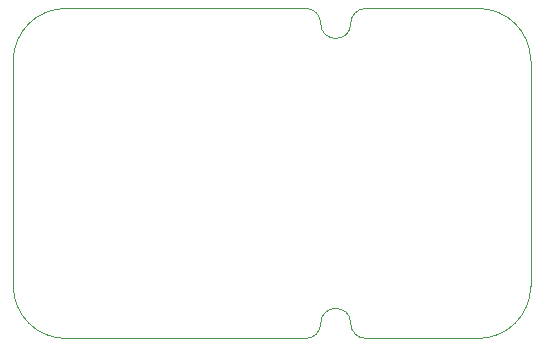
<source format=gbr>
%TF.GenerationSoftware,KiCad,Pcbnew,(5.1.6-0)*%
%TF.CreationDate,2022-04-21T00:04:20-07:00*%
%TF.ProjectId,talonsrx-enc-limit-ftc,74616c6f-6e73-4727-982d-656e632d6c69,rev?*%
%TF.SameCoordinates,PX695f190PY69fa208*%
%TF.FileFunction,Profile,NP*%
%FSLAX46Y46*%
G04 Gerber Fmt 4.6, Leading zero omitted, Abs format (unit mm)*
G04 Created by KiCad (PCBNEW (5.1.6-0)) date 2022-04-21 00:04:20*
%MOMM*%
%LPD*%
G01*
G04 APERTURE LIST*
%TA.AperFunction,Profile*%
%ADD10C,0.050000*%
%TD*%
G04 APERTURE END LIST*
D10*
X4445000Y27940000D02*
X24765000Y27940000D01*
X4445000Y0D02*
X24765000Y0D01*
X29845000Y0D02*
G75*
G02*
X28575000Y1270000I0J1270000D01*
G01*
X26035000Y1270000D02*
G75*
G02*
X24765000Y0I-1270000J0D01*
G01*
X26035000Y1270000D02*
G75*
G02*
X28575000Y1270000I1270000J0D01*
G01*
X24765000Y27940000D02*
G75*
G02*
X26035000Y26670000I0J-1270000D01*
G01*
X28575000Y26670000D02*
G75*
G02*
X29845000Y27940000I1270000J0D01*
G01*
X28575000Y26670000D02*
G75*
G02*
X26035000Y26670000I-1270000J0D01*
G01*
X0Y23495000D02*
X0Y4445000D01*
X39370000Y27940000D02*
X29845000Y27940000D01*
X0Y23495000D02*
G75*
G02*
X4445000Y27940000I4445000J0D01*
G01*
X4445000Y0D02*
G75*
G02*
X0Y4445000I0J4445000D01*
G01*
X39370000Y0D02*
X29845000Y0D01*
X43815000Y4445000D02*
X43815000Y23495000D01*
X39370000Y27940000D02*
G75*
G02*
X43815000Y23495000I0J-4445000D01*
G01*
X43815000Y4445000D02*
G75*
G02*
X39370000Y0I-4445000J0D01*
G01*
M02*

</source>
